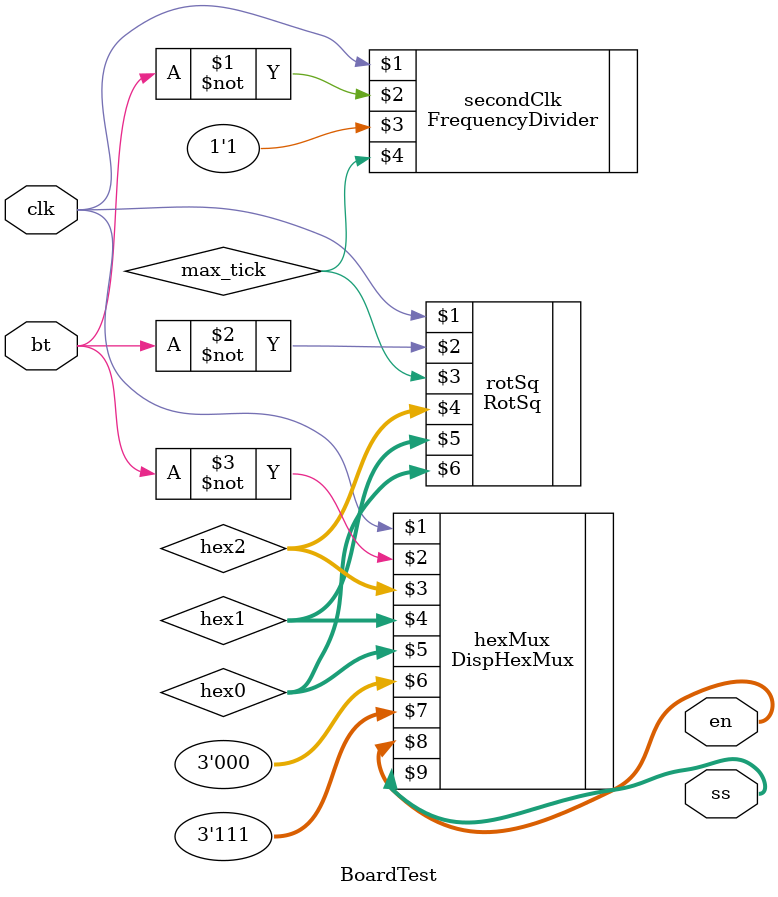
<source format=v>

`timescale 1ns / 1ps

module BoardTest( input wire clk, input wire [0:0] bt, output wire [7:0] ss, output wire [2:0] en );

	wire max_tick;
	wire [4:0] hex2, hex1, hex0;  // hex digits
	
	FrequencyDivider #( 3000000, 22 ) secondClk ( clk, ~bt[0], 1'b1, max_tick );

	RotSq rotSq ( clk, ~bt[0], max_tick, hex2, hex1, hex0 );

	DispHexMux hexMux( clk, ~bt[0], hex2, hex1, hex0, 3'b000, 3'b111, en, ss );

endmodule

</source>
